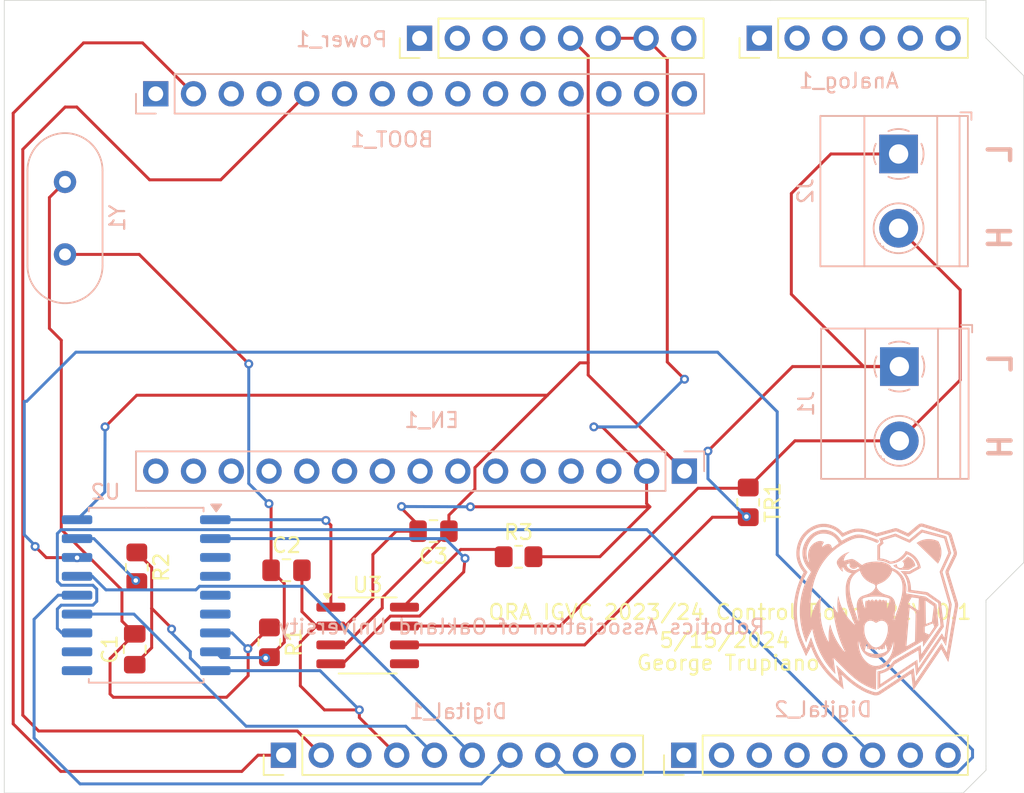
<source format=kicad_pcb>
(kicad_pcb (version 20240108) (generator "pcbnew") (generator_version "8.0")
  (layers (0 "F.Cu" signal) (31 "B.Cu" signal) (34 "B.Paste" user) (35 "F.Paste" user) (36 "B.SilkS" user "B.Silkscreen") (37 "F.SilkS" user "F.Silkscreen") (38 "B.Mask" user) (39 "F.Mask" user) (44 "Edge.Cuts" user))
  (net 0 "")
  (net 8 "Net-(U2-OSC2)")
  (net 9 "Net-(U2-OSC1)")
  (net 10 "+5V")
  (net 11 "SO")
  (net 12 "SDA")
  (net 13 "SCL")
  (net 16 "GND")
  (net 19 "SI")
  (net 29 "SCK")
  (net 30 "CS")
  (net 57 "INT")
  (net 58 "CAN_H")
  (net 59 "CAN_L")
  (net 60 "Net-(U2-~{RESET})")
  (net 61 "Net-(U3-Rs)")
  (net 64 "Net-(U2-RXCAN)")
  (net 68 "Net-(U2-TXCAN)")
  (footprint "Resistor_SMD:R_0805_2012Metric_Pad1.20x1.40mm_HandSolder" (layer "F.Cu") (at 41.615 65.98 -90)
    (property "Reference" "R1" (at 0 -1.65 90) (layer "F.SilkS"))
    (property "Value" "1M")
    (pad "1" smd roundrect (at -1 0 270) (size 1.2 1.4) (layers "F.Cu" "F.Paste" "F.Mask") (roundrect_rratio 0.208333) (net 8 "Net-(U2-OSC2)"))
    (pad "2" smd roundrect (at 1 0 270) (size 1.2 1.4) (layers "F.Cu" "F.Paste" "F.Mask") (roundrect_rratio 0.208333) (net 9 "Net-(U2-OSC1)"))
  )
  (footprint "Resistor_SMD:R_0805_2012Metric_Pad1.20x1.40mm_HandSolder" (layer "F.Cu") (at 73.825 56.56 -90)
    (property "Reference" "TR1" (at 0 -1.65 90) (layer "F.SilkS"))
    (property "Value" "120")
    (pad "1" smd roundrect (at -1 0 270) (size 1.2 1.4) (layers "F.Cu" "F.Paste" "F.Mask") (roundrect_rratio 0.208333) (net 58 "CAN_H"))
    (pad "2" smd roundrect (at 1 0 270) (size 1.2 1.4) (layers "F.Cu" "F.Paste" "F.Mask") (roundrect_rratio 0.208333) (net 59 "CAN_L"))
  )
  (footprint "Capacitor_SMD:C_0805_2012Metric_Pad1.18x1.45mm_HandSolder" (layer "F.Cu") (at 42.765 61.13)
    (property "Reference" "C2" (at 0 -1.68 0) (layer "F.SilkS"))
    (property "Value" "22uF")
    (pad "1" smd roundrect (at -1.0375 0) (size 1.175 1.45) (layers "F.Cu" "F.Paste" "F.Mask") (roundrect_rratio 0.212766) (net 9 "Net-(U2-OSC1)"))
    (pad "2" smd roundrect (at 1.0375 0) (size 1.175 1.45) (layers "F.Cu" "F.Paste" "F.Mask") (roundrect_rratio 0.212766) (net 16 "GND"))
  )
  (footprint "Connector_PinHeader_2.54mm:PinHeader_1x10_P2.54mm_Vertical" (layer "F.Cu") (at 42.56 73.58 90)
    (property "Reference" "Digital_1" (at 2.95 11.76 0) (layer "B.SilkS") (effects (justify mirror)))
    (property "Value" "Conn_01x10" (hide yes))
    (pad "1" thru_hole rect (at 0 0 90) (size 1.7 1.7) (drill 1) (layers "*.Cu" "*.Mask") (net 13 "SCL"))
    (pad "2" thru_hole oval (at 0 2.54 90) (size 1.7 1.7) (drill 1) (layers "*.Cu" "*.Mask") (net 12 "SDA"))
    (pad "3" thru_hole oval (at 0 5.08 90) (size 1.7 1.7) (drill 1) (layers "*.Cu" "*.Mask"))
    (pad "4" thru_hole oval (at 0 7.62 90) (size 1.7 1.7) (drill 1) (layers "*.Cu" "*.Mask") (net 16 "GND"))
    (pad "5" thru_hole oval (at 0 10.16 90) (size 1.7 1.7) (drill 1) (layers "*.Cu" "*.Mask") (net 29 "SCK"))
    (pad "6" thru_hole oval (at 0 12.7 90) (size 1.7 1.7) (drill 1) (layers "*.Cu" "*.Mask") (net 11 "SO"))
    (pad "7" thru_hole oval (at 0 15.24 90) (size 1.7 1.7) (drill 1) (layers "*.Cu" "*.Mask") (net 19 "SI"))
    (pad "8" thru_hole oval (at 0 17.78 90) (size 1.7 1.7) (drill 1) (layers "*.Cu" "*.Mask") (net 30 "CS"))
    (pad "9" thru_hole oval (at 0 20.32 90) (size 1.7 1.7) (drill 1) (layers "*.Cu" "*.Mask"))
    (pad "10" thru_hole oval (at 0 22.86 90) (size 1.7 1.7) (drill 1) (layers "*.Cu" "*.Mask"))
  )
  (footprint "Capacitor_SMD:C_0805_2012Metric_Pad1.18x1.45mm_HandSolder" (layer "F.Cu") (at 32.555 66.45 90)
    (property "Reference" "C1" (at 0 -1.68 -90) (layer "F.SilkS"))
    (property "Value" "22uF")
    (pad "1" smd roundrect (at -1.0375 0 90) (size 1.175 1.45) (layers "F.Cu" "F.Paste" "F.Mask") (roundrect_rratio 0.212766) (net 16 "GND"))
    (pad "2" smd roundrect (at 1.0375 0 90) (size 1.175 1.45) (layers "F.Cu" "F.Paste" "F.Mask") (roundrect_rratio 0.212766) (net 8 "Net-(U2-OSC2)"))
  )
  (footprint "Connector_PinHeader_2.54mm:PinHeader_1x08_P2.54mm_Vertical" (layer "F.Cu") (at 51.715 25.32 90)
    (property "Reference" "Power_1" (at -0.08 -5.245 180) (layer "B.SilkS") (effects (justify mirror)))
    (property "Value" "Conn_01x08" (hide yes))
    (pad "1" thru_hole rect (at 0 0 90) (size 1.7 1.7) (drill 1) (layers "*.Cu" "*.Mask"))
    (pad "2" thru_hole oval (at 0 2.54 90) (size 1.7 1.7) (drill 1) (layers "*.Cu" "*.Mask"))
    (pad "3" thru_hole oval (at 0 5.08 90) (size 1.7 1.7) (drill 1) (layers "*.Cu" "*.Mask"))
    (pad "4" thru_hole oval (at 0 7.62 90) (size 1.7 1.7) (drill 1) (layers "*.Cu" "*.Mask"))
    (pad "5" thru_hole oval (at 0 10.16 90) (size 1.7 1.7) (drill 1) (layers "*.Cu" "*.Mask") (net 10 "+5V"))
    (pad "6" thru_hole oval (at 0 12.7 90) (size 1.7 1.7) (drill 1) (layers "*.Cu" "*.Mask") (net 16 "GND"))
    (pad "7" thru_hole oval (at 0 15.24 90) (size 1.7 1.7) (drill 1) (layers "*.Cu" "*.Mask") (net 16 "GND"))
    (pad "8" thru_hole oval (at 0 17.78 90) (size 1.7 1.7) (drill 1) (layers "*.Cu" "*.Mask"))
  )
  (footprint "Resistor_SMD:R_0805_2012Metric_Pad1.20x1.40mm_HandSolder" (layer "F.Cu") (at 58.375 60.22)
    (property "Reference" "R3" (at 0 -1.65 0) (layer "F.SilkS"))
    (property "Value" "10k")
    (pad "1" smd roundrect (at -1 0) (size 1.2 1.4) (layers "F.Cu" "F.Paste" "F.Mask") (roundrect_rratio 0.208333) (net 61 "Net-(U3-Rs)"))
    (pad "2" smd roundrect (at 1 0) (size 1.2 1.4) (layers "F.Cu" "F.Paste" "F.Mask") (roundrect_rratio 0.208333) (net 16 "GND"))
  )
  (footprint "Connector_PinHeader_2.54mm:PinHeader_1x06_P2.54mm_Vertical" (layer "F.Cu") (at 74.57 25.31 90)
    (property "Reference" "Analog_1" (at -2.87 6.02 0) (layer "B.SilkS") (effects (justify mirror)))
    (property "Value" "Conn_01x06" (hide yes))
    (pad "1" thru_hole rect (at 0 0 90) (size 1.7 1.7) (drill 1) (layers "*.Cu" "*.Mask"))
    (pad "2" thru_hole oval (at 0 2.54 90) (size 1.7 1.7) (drill 1) (layers "*.Cu" "*.Mask"))
    (pad "3" thru_hole oval (at 0 5.08 90) (size 1.7 1.7) (drill 1) (layers "*.Cu" "*.Mask"))
    (pad "4" thru_hole oval (at 0 7.62 90) (size 1.7 1.7) (drill 1) (layers "*.Cu" "*.Mask"))
    (pad "5" thru_hole oval (at 0 10.16 90) (size 1.7 1.7) (drill 1) (layers "*.Cu" "*.Mask"))
    (pad "6" thru_hole oval (at 0 12.7 90) (size 1.7 1.7) (drill 1) (layers "*.Cu" "*.Mask"))
  )
  (footprint "Capacitor_SMD:C_0805_2012Metric_Pad1.18x1.45mm_HandSolder" (layer "F.Cu") (at 52.6525 58.5 180)
    (property "Reference" "C3" (at 0 -1.68 180) (layer "F.SilkS"))
    (property "Value" "100nF")
    (pad "1" smd roundrect (at -1.0375 0 180) (size 1.175 1.45) (layers "F.Cu" "F.Paste" "F.Mask") (roundrect_rratio 0.212766) (net 10 "+5V"))
    (pad "2" smd roundrect (at 1.0375 0 180) (size 1.175 1.45) (layers "F.Cu" "F.Paste" "F.Mask") (roundrect_rratio 0.212766) (net 16 "GND"))
  )
  (footprint "Connector_PinHeader_2.54mm:PinHeader_1x08_P2.54mm_Vertical" (layer "F.Cu") (at 69.49 73.58 90)
    (property "Reference" "Digital_2" (at 3.08 9.37 0) (layer "B.SilkS") (effects (justify mirror)))
    (property "Value" "Conn_01x08" (hide yes))
    (pad "1" thru_hole rect (at 0 0 90) (size 1.7 1.7) (drill 1) (layers "*.Cu" "*.Mask"))
    (pad "2" thru_hole oval (at 0 2.54 90) (size 1.7 1.7) (drill 1) (layers "*.Cu" "*.Mask"))
    (pad "3" thru_hole oval (at 0 5.08 90) (size 1.7 1.7) (drill 1) (layers "*.Cu" "*.Mask"))
    (pad "4" thru_hole oval (at 0 7.62 90) (size 1.7 1.7) (drill 1) (layers "*.Cu" "*.Mask"))
    (pad "5" thru_hole oval (at 0 10.16 90) (size 1.7 1.7) (drill 1) (layers "*.Cu" "*.Mask"))
    (pad "6" thru_hole oval (at 0 12.7 90) (size 1.7 1.7) (drill 1) (layers "*.Cu" "*.Mask") (net 57 "INT"))
    (pad "7" thru_hole oval (at 0 15.24 90) (size 1.7 1.7) (drill 1) (layers "*.Cu" "*.Mask"))
    (pad "8" thru_hole oval (at 0 17.78 90) (size 1.7 1.7) (drill 1) (layers "*.Cu" "*.Mask"))
  )
  (footprint "Package_SO:SOIC-8_3.9x4.9mm_P1.27mm" (layer "F.Cu") (at 48.225 65.52)
    (property "Reference" "U3" (at 0 -3.4 0) (layer "F.SilkS"))
    (property "Value" "MCP2551-I-SN")
    (pad "1" smd roundrect (at -2.475 -1.905) (size 1.95 0.6) (layers "F.Cu" "F.Paste" "F.Mask") (net 68 "Net-(U2-TXCAN)"))
    (pad "2" smd roundrect (at -2.475 -0.635) (size 1.95 0.6) (layers "F.Cu" "F.Paste" "F.Mask") (net 16 "GND"))
    (pad "3" smd roundrect (at -2.475 0.635) (size 1.95 0.6) (layers "F.Cu" "F.Paste" "F.Mask") (net 10 "+5V"))
    (pad "4" smd roundrect (at -2.475 1.905) (size 1.95 0.6) (layers "F.Cu" "F.Paste" "F.Mask") (net 64 "Net-(U2-RXCAN)"))
    (pad "5" smd roundrect (at 2.475 1.905) (size 1.95 0.6) (layers "F.Cu" "F.Paste" "F.Mask"))
    (pad "6" smd roundrect (at 2.475 0.635) (size 1.95 0.6) (layers "F.Cu" "F.Paste" "F.Mask") (net 59 "CAN_L"))
    (pad "7" smd roundrect (at 2.475 -0.635) (size 1.95 0.6) (layers "F.Cu" "F.Paste" "F.Mask") (net 58 "CAN_H"))
    (pad "8" smd roundrect (at 2.475 -1.905) (size 1.95 0.6) (layers "F.Cu" "F.Paste" "F.Mask") (net 61 "Net-(U3-Rs)"))
  )
  (footprint "Resistor_SMD:R_0805_2012Metric_Pad1.20x1.40mm_HandSolder" (layer "F.Cu") (at 32.695 60.93 -90)
    (property "Reference" "R2" (at 0 -1.65 90) (layer "F.SilkS"))
    (property "Value" "10k")
    (pad "1" smd roundrect (at -1 0 270) (size 1.2 1.4) (layers "F.Cu" "F.Paste" "F.Mask") (roundrect_rratio 0.208333) (net 16 "GND"))
    (pad "2" smd roundrect (at 1 0 270) (size 1.2 1.4) (layers "F.Cu" "F.Paste" "F.Mask") (roundrect_rratio 0.208333) (net 60 "Net-(U2-~{RESET})"))
  )
  (footprint "Package_SO:SOIC-18W_7.5x11.6mm_P1.27mm" (layer "B.Cu") (at 33.325 62.81 180)
    (property "Reference" "U2" (at 2.735 6.95 180) (layer "B.SilkS") (effects (justify mirror)))
    (property "Value" "MCP2515-xSO")
    (pad "1" smd roundrect (at -4.65 5.08 180) (size 2.05 0.6) (layers "B.Cu" "B.Paste" "B.Mask") (net 68 "Net-(U2-TXCAN)"))
    (pad "2" smd roundrect (at -4.65 3.81 180) (size 2.05 0.6) (layers "B.Cu" "B.Paste" "B.Mask") (net 64 "Net-(U2-RXCAN)"))
    (pad "3" smd roundrect (at -4.65 2.54 180) (size 2.05 0.6) (layers "B.Cu" "B.Paste" "B.Mask"))
    (pad "4" smd roundrect (at -4.65 1.27 180) (size 2.05 0.6) (layers "B.Cu" "B.Paste" "B.Mask"))
    (pad "5" smd roundrect (at -4.65 0 180) (size 2.05 0.6) (layers "B.Cu" "B.Paste" "B.Mask"))
    (pad "6" smd roundrect (at -4.65 -1.27 180) (size 2.05 0.6) (layers "B.Cu" "B.Paste" "B.Mask"))
    (pad "7" smd roundrect (at -4.65 -2.54 180) (size 2.05 0.6) (layers "B.Cu" "B.Paste" "B.Mask") (net 8 "Net-(U2-OSC2)"))
    (pad "8" smd roundrect (at -4.65 -3.81 180) (size 2.05 0.6) (layers "B.Cu" "B.Paste" "B.Mask") (net 9 "Net-(U2-OSC1)"))
    (pad "9" smd roundrect (at -4.65 -5.08 180) (size 2.05 0.6) (layers "B.Cu" "B.Paste" "B.Mask") (net 16 "GND"))
    (pad "10" smd roundrect (at 4.65 -5.08 180) (size 2.05 0.6) (layers "B.Cu" "B.Paste" "B.Mask"))
    (pad "11" smd roundrect (at 4.65 -3.81 180) (size 2.05 0.6) (layers "B.Cu" "B.Paste" "B.Mask"))
    (pad "12" smd roundrect (at 4.65 -2.54 180) (size 2.05 0.6) (layers "B.Cu" "B.Paste" "B.Mask") (net 57 "INT"))
    (pad "13" smd roundrect (at 4.65 -1.27 180) (size 2.05 0.6) (layers "B.Cu" "B.Paste" "B.Mask") (net 29 "SCK"))
    (pad "14" smd roundrect (at 4.65 0 180) (size 2.05 0.6) (layers "B.Cu" "B.Paste" "B.Mask") (net 19 "SI"))
    (pad "15" smd roundrect (at 4.65 1.27 180) (size 2.05 0.6) (layers "B.Cu" "B.Paste" "B.Mask") (net 11 "SO"))
    (pad "16" smd roundrect (at 4.65 2.54 180) (size 2.05 0.6) (layers "B.Cu" "B.Paste" "B.Mask") (net 30 "CS"))
    (pad "17" smd roundrect (at 4.65 3.81 180) (size 2.05 0.6) (layers "B.Cu" "B.Paste" "B.Mask") (net 60 "Net-(U2-~{RESET})"))
    (pad "18" smd roundrect (at 4.65 5.08 180) (size 2.05 0.6) (layers "B.Cu" "B.Paste" "B.Mask") (net 10 "+5V"))
  )
  (footprint "AdditionalParts:ORA_Logo_V2" (layer "B.Cu") (at 82.426806 63.828892 180)
    (property "Reference" "G***" (hide yes))
    (property "Value" "LOGO" (hide yes))
  )
  (footprint "Connector_PinSocket_2.54mm:PinSocket_1x15_P2.54mm_Vertical" (layer "B.Cu") (at 69.53 54.46 90)
    (property "Reference" "EN_1" (at 3.43 -17 0) (layer "B.SilkS") (effects (justify mirror)))
    (property "Value" "Conn_01x15" (hide yes))
    (pad "1" thru_hole rect (at 0 0 90) (size 1.7 1.7) (drill 1) (layers "*.Cu" "*.Mask") (net 10 "+5V"))
    (pad "2" thru_hole oval (at 0 -2.54 90) (size 1.7 1.7) (drill 1) (layers "*.Cu" "*.Mask") (net 16 "GND"))
    (pad "3" thru_hole oval (at 0 -5.08 90) (size 1.7 1.7) (drill 1) (layers "*.Cu" "*.Mask"))
    (pad "4" thru_hole oval (at 0 -7.62 90) (size 1.7 1.7) (drill 1) (layers "*.Cu" "*.Mask"))
    (pad "5" thru_hole oval (at 0 -10.16 90) (size 1.7 1.7) (drill 1) (layers "*.Cu" "*.Mask"))
    (pad "6" thru_hole oval (at 0 -12.7 90) (size 1.7 1.7) (drill 1) (layers "*.Cu" "*.Mask"))
    (pad "7" thru_hole oval (at 0 -15.24 90) (size 1.7 1.7) (drill 1) (layers "*.Cu" "*.Mask"))
    (pad "8" thru_hole oval (at 0 -17.78 90) (size 1.7 1.7) (drill 1) (layers "*.Cu" "*.Mask"))
    (pad "9" thru_hole oval (at 0 -20.32 90) (size 1.7 1.7) (drill 1) (layers "*.Cu" "*.Mask"))
    (pad "10" thru_hole oval (at 0 -22.86 90) (size 1.7 1.7) (drill 1) (layers "*.Cu" "*.Mask"))
    (pad "11" thru_hole oval (at 0 -25.4 90) (size 1.7 1.7) (drill 1) (layers "*.Cu" "*.Mask"))
    (pad "12" thru_hole oval (at 0 -27.94 90) (size 1.7 1.7) (drill 1) (layers "*.Cu" "*.Mask"))
    (pad "13" thru_hole oval (at 0 -30.48 90) (size 1.7 1.7) (drill 1) (layers "*.Cu" "*.Mask"))
    (pad "14" thru_hole oval (at 0 -33.02 90) (size 1.7 1.7) (drill 1) (layers "*.Cu" "*.Mask"))
    (pad "15" thru_hole oval (at 0 -35.56 90) (size 1.7 1.7) (drill 1) (layers "*.Cu" "*.Mask"))
  )
  (footprint "TerminalBlock_Phoenix:TerminalBlock_Phoenix_MKDS-1,5-2_1x02_P5.00mm_Horizontal" (layer "B.Cu") (at 83.99 47.42 -90)
    (property "Reference" "J1" (at 2.5 6.26 90) (layer "B.SilkS") (effects (justify mirror)))
    (property "Value" "CAN")
    (pad "1" thru_hole rect (at 0 0 270) (size 2.6 2.6) (drill 1.3) (layers "*.Cu" "*.Mask") (net 59 "CAN_L"))
    (pad "2" thru_hole circle (at 5 0 270) (size 2.6 2.6) (drill 1.3) (layers "*.Cu" "*.Mask") (net 58 "CAN_H"))
  )
  (footprint "TerminalBlock_Phoenix:TerminalBlock_Phoenix_MKDS-1,5-2_1x02_P5.00mm_Horizontal" (layer "B.Cu") (at 83.94 33.11 -90)
    (property "Reference" "J2" (at 2.5 6.26 90) (layer "B.SilkS") (effects (justify mirror)))
    (property "Value" "CAN")
    (pad "1" thru_hole rect (at 0 0 270) (size 2.6 2.6) (drill 1.3) (layers "*.Cu" "*.Mask") (net 59 "CAN_L"))
    (pad "2" thru_hole circle (at 5 0 270) (size 2.6 2.6) (drill 1.3) (layers "*.Cu" "*.Mask") (net 58 "CAN_H"))
  )
  (footprint "Connector_PinSocket_2.54mm:PinSocket_1x15_P2.54mm_Vertical" (layer "B.Cu") (at 33.97 29.06 -90)
    (property "Reference" "BOOT_1" (at 3.08 -15.885 180) (layer "B.SilkS") (effects (justify mirror)))
    (property "Value" "Conn_01x15" (hide yes))
    (pad "1" thru_hole rect (at 0 0 270) (size 1.7 1.7) (drill 1) (layers "*.Cu" "*.Mask"))
    (pad "2" thru_hole oval (at 0 -2.54 270) (size 1.7 1.7) (drill 1) (layers "*.Cu" "*.Mask") (net 13 "SCL"))
    (pad "3" thru_hole oval (at 0 -5.08 270) (size 1.7 1.7) (drill 1) (layers "*.Cu" "*.Mask"))
    (pad "4" thru_hole oval (at 0 -7.62 270) (size 1.7 1.7) (drill 1) (layers "*.Cu" "*.Mask"))
    (pad "5" thru_hole oval (at 0 -10.16 270) (size 1.7 1.7) (drill 1) (layers "*.Cu" "*.Mask") (net 12 "SDA"))
    (pad "6" thru_hole oval (at 0 -12.7 270) (size 1.7 1.7) (drill 1) (layers "*.Cu" "*.Mask"))
    (pad "7" thru_hole oval (at 0 -15.24 270) (size 1.7 1.7) (drill 1) (layers "*.Cu" "*.Mask"))
    (pad "8" thru_hole oval (at 0 -17.78 270) (size 1.7 1.7) (drill 1) (layers "*.Cu" "*.Mask"))
    (pad "9" thru_hole oval (at 0 -20.32 270) (size 1.7 1.7) (drill 1) (layers "*.Cu" "*.Mask"))
    (pad "10" thru_hole oval (at 0 -22.86 270) (size 1.7 1.7) (drill 1) (layers "*.Cu" "*.Mask"))
    (pad "11" thru_hole oval (at 0 -25.4 270) (size 1.7 1.7) (drill 1) (layers "*.Cu" "*.Mask"))
    (pad "12" thru_hole oval (at 0 -27.94 270) (size 1.7 1.7) (drill 1) (layers "*.Cu" "*.Mask"))
    (pad "13" thru_hole oval (at 0 -30.48 270) (size 1.7 1.7) (drill 1) (layers "*.Cu" "*.Mask"))
    (pad "14" thru_hole oval (at 0 -33.02 270) (size 1.7 1.7) (drill 1) (layers "*.Cu" "*.Mask"))
    (pad "15" thru_hole oval (at 0 -35.56 270) (size 1.7 1.7) (drill 1) (layers "*.Cu" "*.Mask"))
  )
  (footprint "Crystal:Crystal_HC49-4H_Vertical" (layer "B.Cu") (at 27.865 39.87 90)
    (property "Reference" "Y1" (at 2.44 3.525 -90) (layer "B.SilkS") (effects (justify mirror)))
    (property "Value" "8Mhz")
    (pad "1" thru_hole circle (at 0 0 90) (size 1.5 1.5) (drill 0.8) (layers "*.Cu" "*.Mask") (net 9 "Net-(U2-OSC1)"))
    (pad "2" thru_hole circle (at 4.88 0 90) (size 1.5 1.5) (drill 0.8) (layers "*.Cu" "*.Mask") (net 8 "Net-(U2-OSC2)"))
  )
  (gr_line (start 92.3 60.67) (end 92.36 60.61) (stroke (width 0.05)) (layer "Edge.Cuts"))
  (gr_line (start 89.82 63.15) (end 89.82 63.27) (stroke (width 0.05)) (layer "Edge.Cuts"))
  (gr_line (start 92.27 60.7) (end 92.3 60.67) (stroke (width 0.05)) (layer "Edge.Cuts"))
  (gr_line (start 23.78 22.77) (end 23.78 75.96) (stroke (width 0.05)) (layer "Edge.Cuts"))
  (gr_line (start 89.82 74.31) (end 89.82 63.27) (stroke (width 0.05)) (layer "Edge.Cuts"))
  (gr_line (start 23.78 76.11) (end 88.19 76.11) (stroke (width 0.05)) (layer "Edge.Cuts"))
  (gr_line (start 89.82 25.31) (end 89.82 22.9) (stroke (width 0.05)) (layer "Edge.Cuts"))
  (gr_line (start 75.33 22.77) (end 23.78 22.77) (stroke (width 0.05)) (layer "Edge.Cuts"))
  (gr_line (start 88.51 75.9) (end 89.72 74.69) (stroke (width 0.05)) (layer "Edge.Cuts"))
  (gr_line (start 92.36 27.85) (end 92.16 27.65) (stroke (width 0.05)) (layer "Edge.Cuts"))
  (gr_line (start 88.3 76.11) (end 88.19 76.11) (stroke (width 0.05)) (layer "Edge.Cuts"))
  (gr_line (start 92.16 27.65) (end 89.82 25.31) (stroke (width 0.05)) (layer "Edge.Cuts"))
  (gr_line (start 23.78 75.96) (end 23.78 76.11) (stroke (width 0.05)) (layer "Edge.Cuts"))
  (gr_line (start 89.82 22.9) (end 89.82 22.77) (stroke (width 0.05)) (layer "Edge.Cuts"))
  (gr_line (start 89.93 63.04) (end 92.27 60.7) (stroke (width 0.05)) (layer "Edge.Cuts"))
  (gr_line (start 89.82 22.77) (end 89.63 22.77) (stroke (width 0.05)) (layer "Edge.Cuts"))
  (gr_line (start 89.82 74.59) (end 89.82 74.51) (stroke (width 0.05)) (layer "Edge.Cuts"))
  (gr_line (start 92.36 28.01) (end 92.36 27.85) (stroke (width 0.05)) (layer "Edge.Cuts"))
  (gr_line (start 89.72 74.69) (end 89.82 74.59) (stroke (width 0.05)) (layer "Edge.Cuts"))
  (gr_line (start 89.82 74.31) (end 89.82 74.51) (stroke (width 0.05)) (layer "Edge.Cuts"))
  (gr_line (start 89.93 63.04) (end 89.82 63.15) (stroke (width 0.05)) (layer "Edge.Cuts"))
  (gr_line (start 88.51 75.9) (end 88.3 76.11) (stroke (width 0.05)) (layer "Edge.Cuts"))
  (gr_line (start 92.36 60.61) (end 92.36 28.01) (stroke (width 0.05)) (layer "Edge.Cuts"))
  (gr_line (start 89.63 22.77) (end 75.33 22.77) (stroke (width 0.05)) (layer "Edge.Cuts"))
  (gr_text "Robotics Association of Oakland University" (at 75.035 65.52 -0) (layer "B.SilkS") (effects (font (size 1 1)) (justify left bottom mirror)))
  (gr_text "H\n" (at 91.64 37.75 90) (layer "B.SilkS") (effects (font (size 1.5 1.5) (thickness 0.3) (bold yes)) (justify left bottom mirror)))
  (gr_text "L\n" (at 91.67 46.34 90) (layer "B.SilkS") (effects (font (size 1.5 1.5) (thickness 0.3) (bold yes)) (justify left bottom mirror)))
  (gr_text "H\n" (at 91.67 51.84 90) (layer "B.SilkS") (effects (font (size 1.5 1.5) (thickness 0.3) (bold yes)) (justify left bottom mirror)))
  (gr_text "L\n" (at 91.64 32.25 90) (layer "B.SilkS") (effects (font (size 1.5 1.5) (thickness 0.3) (bold yes)) (justify left bottom mirror)))
  (gr_text "George Trupiano" (at 66.24 67.95 -0) (layer "F.SilkS") (effects (font (size 1 1)) (justify left bottom)))
  (gr_text "ORA IGVC 2023/24 Control Board REV 0.1" (at 56.26 64.53 0) (layer "F.SilkS") (effects (font (size 1 1)) (justify left bottom)))
  (gr_text "5/15/2024\n" (at 67.76 66.43 0) (layer "F.SilkS") (effects (font (size 1 1)) (justify left bottom)))
  (segment (start 26.815 36.04) (end 27.865 34.99) (width 0.2) (layer "F.Cu") (net 8))
  (segment (start 40.185 66.41) (end 40.165 66.41) (width 0.2) (layer "F.Cu") (net 8))
  (segment (start 31.695 62.461471) (end 27.615 58.381471) (width 0.2) (layer "F.Cu") (net 8))
  (segment (start 26.815 44.85) (end 26.815 36.04) (width 0.2) (layer "F.Cu") (net 8))
  (segment (start 32.555 65.4125) (end 31.695 64.5525) (width 0.2) (layer "F.Cu") (net 8))
  (segment (start 31.115 69.68) (end 38.735 69.68) (width 0.2) (layer "F.Cu") (net 8))
  (segment (start 27.615 58.381471) (end 27.615 45.65) (width 0.2) (layer "F.Cu") (net 8))
  (segment (start 40.185 68.23) (end 40.185 66.41) (width 0.2) (layer "F.Cu") (net 8))
  (segment (start 27.615 45.65) (end 26.815 44.85) (width 0.2) (layer "F.Cu") (net 8))
  (segment (start 38.735 69.68) (end 40.185 68.23) (width 0.2) (layer "F.Cu") (net 8))
  (segment (start 40.185 66.41) (end 40.185 66.41) (width 0.2) (layer "F.Cu") (net 8))
  (segment (start 30.895 67.0725) (end 30.895 69.46) (width 0.2) (layer "F.Cu") (net 8))
  (segment (start 32.555 65.4125) (end 30.895 67.0725) (width 0.2) (layer "F.Cu") (net 8))
  (segment (start 30.895 69.46) (end 31.115 69.68) (width 0.2) (layer "F.Cu") (net 8))
  (segment (start 40.165 66.41) (end 40.165 66.43) (width 0.2) (layer "F.Cu") (net 8))
  (segment (start 31.695 64.5525) (end 31.695 62.461471) (width 0.2) (layer "F.Cu") (net 8))
  (segment (start 40.165 66.43) (end 41.615 64.98) (width 0.2) (layer "F.Cu") (net 8))
  (via (at 40.165 66.41) (size 0.6) (drill 0.3) (layers "F.Cu" "B.Cu") (net 8))
  (segment (start 37.975 65.35) (end 39.105 65.35) (width 0.2) (layer "B.Cu") (net 8))
  (segment (start 39.105 65.35) (end 40.165 66.41) (width 0.2) (layer "B.Cu") (net 8))
  (segment (start 41.685 56.65) (end 41.585 56.65) (width 0.2) (layer "F.Cu") (net 9))
  (segment (start 42.615 65.98) (end 41.615 66.98) (width 0.2) (layer "F.Cu") (net 9))
  (segment (start 32.855 39.87) (end 27.865 39.87) (width 0.2) (layer "F.Cu") (net 9))
  (segment (start 40.225 47.24) (end 32.855 39.87) (width 0.2) (layer "F.Cu") (net 9))
  (segment (start 42.615 62.0175) (end 42.615 65.98) (width 0.2) (layer "F.Cu") (net 9))
  (segment (start 41.7275 56.6925) (end 41.685 56.65) (width 0.2) (layer "F.Cu") (net 9))
  (segment (start 41.7275 61.13) (end 42.615 62.0175) (width 0.2) (layer "F.Cu") (net 9))
  (segment (start 41.585 56.65) (end 41.585 56.55) (width 0.2) (layer "F.Cu") (net 9))
  (segment (start 41.585 56.55) (end 41.685 56.65) (width 0.2) (layer "F.Cu") (net 9))
  (segment (start 41.7275 61.13) (end 41.7275 56.6925) (width 0.2) (layer "F.Cu") (net 9))
  (via (at 40.225 47.24) (size 0.6) (drill 0.3) (layers "F.Cu" "B.Cu") (net 9))
  (via (at 41.365 67.04) (size 0.6) (drill 0.3) (layers "F.Cu" "B.Cu") (net 9))
  (via (at 41.585 56.65) (size 0.6) (drill 0.3) (layers "F.Cu" "B.Cu") (net 9))
  (segment (start 40.225 47.24) (end 40.245 47.24) (width 0.2) (layer "B.Cu") (net 9))
  (segment (start 40.245 47.24) (end 40.185 47.3) (width 0.2) (layer "B.Cu") (net 9))
  (segment (start 41.315 67.04) (end 41.365 67.04) (width 0.2) (layer "B.Cu") (net 9))
  (segment (start 41.365 67.04) (end 41.365 67.09) (width 0.2) (layer "B.Cu") (net 9))
  (segment (start 40.225 55.29) (end 41.585 56.65) (width 0.2) (layer "B.Cu") (net 9))
  (segment (start 40.225 47.24) (end 40.225 55.29) (width 0.2) (layer "B.Cu") (net 9))
  (segment (start 41.365 67.09) (end 41.305 67.03) (width 0.2) (layer "B.Cu") (net 9))
  (segment (start 38.365 67.01) (end 41.285 67.01) (width 0.2) (layer "B.Cu") (net 9))
  (segment (start 41.285 67.01) (end 41.315 67.04) (width 0.2) (layer "B.Cu") (net 9))
  (segment (start 37.975 66.62) (end 38.365 67.01) (width 0.2) (layer "B.Cu") (net 9))
  (segment (start 49.205 63.674999) (end 49.205 62.985) (width 0.2) (layer "F.Cu") (net 10))
  (segment (start 63.06 47.17) (end 63.06 47.99) (width 0.2) (layer "F.Cu") (net 10))
  (segment (start 45.75 66.155) (end 46.724999 66.155) (width 0.2) (layer "F.Cu") (net 10))
  (segment (start 61.875 25.32) (end 63.06 26.505) (width 0.2) (layer "F.Cu") (net 10))
  (segment (start 63.06 26.505) (end 63.06 47.17) (width 0.2) (layer "F.Cu") (net 10))
  (segment (start 60.316827 49.346827) (end 62.493654 47.17) (width 0.2) (layer "F.Cu") (net 10))
  (segment (start 30.56 51.48) (end 32.693173 49.346827) (width 0.2) (layer "F.Cu") (net 10))
  (segment (start 60.316827 49.346827) (end 55.44 54.223654) (width 0.2) (layer "F.Cu") (net 10))
  (segment (start 55.44 55.67) (end 53.69 57.42) (width 0.2) (layer "F.Cu") (net 10))
  (segment (start 63.06 47.99) (end 69.53 54.46) (width 0.2) (layer "F.Cu") (net 10))
  (segment (start 53.69 57.42) (end 53.69 58.5) (width 0.2) (layer "F.Cu") (net 10))
  (segment (start 46.724999 66.155) (end 49.205 63.674999) (width 0.2) (layer "F.Cu") (net 10))
  (segment (start 49.205 62.985) (end 53.69 58.5) (width 0.2) (layer "F.Cu") (net 10))
  (segment (start 55.44 54.223654) (end 55.44 55.67) (width 0.2) (layer "F.Cu") (net 10))
  (segment (start 32.693173 49.346827) (end 60.316827 49.346827) (width 0.2) (layer "F.Cu") (net 10))
  (segment (start 62.493654 47.17) (end 63.06 47.17) (width 0.2) (layer "F.Cu") (net 10))
  (via (at 30.56 51.48) (size 0.6) (drill 0.3) (layers "F.Cu" "B.Cu") (net 10))
  (segment (start 28.675 57.73) (end 30.54 55.865) (width 0.2) (layer "B.Cu") (net 10))
  (segment (start 30.56 51.48) (end 30.54 51.55) (width 0.2) (layer "B.Cu") (net 10))
  (segment (start 30.54 55.865) (end 30.56 51.48) (width 0.2) (layer "B.Cu") (net 10))
  (segment (start 43.91 62.21) (end 55.28 73.58) (width 0.2) (layer "B.Cu") (net 11))
  (segment (start 30.616238 62.45) (end 36.669448 62.45) (width 0.2) (layer "B.Cu") (net 11))
  (segment (start 36.669448 62.45) (end 36.909448 62.21) (width 0.2) (layer "B.Cu") (net 11))
  (segment (start 36.909448 62.21) (end 43.91 62.21) (width 0.2) (layer "B.Cu") (net 11))
  (segment (start 29.706238 61.54) (end 30.616238 62.45) (width 0.2) (layer "B.Cu") (net 11))
  (segment (start 28.675 61.54) (end 29.706238 61.54) (width 0.2) (layer "B.Cu") (net 11))
  (segment (start 33.555 34.85) (end 38.34 34.85) (width 0.2) (layer "F.Cu") (net 12))
  (segment (start 43.49 71.95) (end 26.09 71.95) (width 0.2) (layer "F.Cu") (net 12))
  (segment (start 25.025 70.885) (end 25.025 32.8) (width 0.2) (layer "F.Cu") (net 12))
  (segment (start 38.34 34.85) (end 44.13 29.06) (width 0.2) (layer "F.Cu") (net 12))
  (segment (start 28.655 29.95) (end 33.555 34.85) (width 0.2) (layer "F.Cu") (net 12))
  (segment (start 26.09 71.95) (end 25.025 70.885) (width 0.2) (layer "F.Cu") (net 12))
  (segment (start 25.025 32.8) (end 27.875 29.95) (width 0.2) (layer "F.Cu") (net 12))
  (segment (start 27.875 29.95) (end 28.655 29.95) (width 0.2) (layer "F.Cu") (net 12))
  (segment (start 45.12 73.58) (end 43.49 71.95) (width 0.2) (layer "F.Cu") (net 12))
  (segment (start 36.51 29.06) (end 33.08 25.63) (width 0.2) (layer "F.Cu") (net 13))
  (segment (start 33.08 25.63) (end 29.115 25.63) (width 0.2) (layer "F.Cu") (net 13))
  (segment (start 40.85 73.58) (end 42.58 73.58) (width 0.2) (layer "F.Cu") (net 13))
  (segment (start 39.76 74.67) (end 40.85 73.58) (width 0.2) (layer "F.Cu") (net 13))
  (segment (start 27.579 74.67) (end 39.76 74.67) (width 0.2) (layer "F.Cu") (net 13))
  (segment (start 29.115 25.631) (end 29.115 25.63) (width 0.2) (layer "F.Cu") (net 13))
  (segment (start 24.38 71.471) (end 24.38 30.366) (width 0.2) (layer "F.Cu") (net 13))
  (segment (start 27.579 74.67) (end 24.38 71.471) (width 0.2) (layer "F.Cu") (net 13))
  (segment (start 24.38 30.366) (end 29.115 25.631) (width 0.2) (layer "F.Cu") (net 13))
  (segment (start 48.575 60.07) (end 50.145 58.5) (width 0.2) (layer "F.Cu") (net 16))
  (segment (start 48.575 63.034999) (end 48.575 60.07) (width 0.2) (layer "F.Cu") (net 16))
  (segment (start 64.415 25.32) (end 66.955 25.32) (width 0.2) (layer "F.Cu") (net 16))
  (segment (start 33.695 63.7) (end 33.705 63.7) (width 0.2) (layer "F.Cu") (net 16))
  (segment (start 63.845 60.22) (end 59.375 60.22) (width 0.2) (layer "F.Cu") (net 16))
  (segment (start 67.205 56.86) (end 66.99 56.645) (width 0.2) (layer "F.Cu") (net 16))
  (segment (start 47.665 70.53) (end 47.665 71.045) (width 0.2) (layer "F.Cu") (net 16))
  (segment (start 35.035 65.09) (end 35.095 65.09) (width 0.2) (layer "F.Cu") (net 16))
  (segment (start 50.145 58.5) (end 51.615 58.5) (width 0.2) (layer "F.Cu") (net 16))
  (segment (start 35.035 65.03) (end 35.035 65.09) (width 0.2) (layer "F.Cu") (net 16))
  (segment (start 44.775001 64.885) (end 43.695 65.965001) (width 0.2) (layer "F.Cu") (net 16))
  (segment (start 43.8025 63.912499) (end 44.775001 64.885) (width 0.2) (layer "F.Cu") (net 16))
  (segment (start 50.505 56.96) (end 50.505 56.84) (width 0.2) (layer "F.Cu") (net 16))
  (segment (start 50.505 56.84) (end 50.385 56.84) (width 0.2) (layer "F.Cu") (net 16))
  (segment (start 43.695 65.965001) (end 43.695 68.91) (width 0.2) (layer "F.Cu") (net 16))
  (segment (start 64.04 51.51) (end 63.44 51.48) (width 0.2) (layer "F.Cu") (net 16))
  (segment (start 33.695 66.3475) (end 32.555 67.4875) (width 0.2) (layer "F.Cu") (net 16))
  (segment (start 43.695 68.91) (end 45.315 70.53) (width 0.2) (layer "F.Cu") (net 16))
  (segment (start 51.615 58.5) (end 51.615 58.07) (width 0.2) (layer "F.Cu") (net 16))
  (segment (start 33.695 63.7) (end 33.695 66.3475) (width 0.2) (layer "F.Cu") (net 16))
  (segment (start 45.315 70.53) (end 47.665 70.53) (width 0.2) (layer "F.Cu") (net 16))
  (segment (start 51.615 58.07) (end 50.505 56.96) (width 0.2) (layer "F.Cu") (net 16))
  (segment (start 45.75 64.885) (end 46.724999 64.885) (width 0.2) (layer "F.Cu") (net 16))
  (segment (start 50.385 56.84) (end 50.465 56.92) (width 0.2) (layer "F.Cu") (net 16))
  (segment (start 68.38 47.11) (end 68.38 26.745) (width 0.2) (layer "F.Cu") (net 16))
  (segment (start 35.095 65.09) (end 35.035 65.03) (width 0.2) (layer "F.Cu") (net 16))
  (segment (start 67.205 56.86) (end 63.845 60.22) (width 0.2) (layer "F.Cu") (net 16))
  (segment (start 69.54 48.27) (end 68.38 47.11) (width 0.2) (layer "F.Cu") (net 16))
  (segment (start 33.705 63.7) (end 35.035 65.03) (width 0.2) (layer "F.Cu") (net 16))
  (segment (start 55.135 56.86) (end 67.205 56.86) (width 0.2) (layer "F.Cu") (net 16))
  (segment (start 43.8025 61.13) (end 43.8025 63.912499) (width 0.2) (layer "F.Cu") (net 16))
  (segment (start 33.695 60.93) (end 33.695 63.7) (width 0.2) (layer "F.Cu") (net 16))
  (segment (start 66.99 56.645) (end 66.99 54.46) (width 0.2) (layer "F.Cu") (net 16))
  (segment (start 68.38 26.745) (end 66.955 25.32) (width 0.2) (layer "F.Cu") (net 16))
  (segment (start 32.695 59.93) (end 33.695 60.93) (width 0.2) (layer "F.Cu") (net 16))
  (segment (start 46.724999 64.885) (end 48.575 63.034999) (width 0.2) (layer "F.Cu") (net 16))
  (segment (start 44.775001 64.885) (end 45.75 64.885) (width 0.2) (layer "F.Cu") (net 16))
  (segment (start 47.665 71.045) (end 50.2 73.58) (width 0.2) (layer "F.Cu") (net 16))
  (segment (start 66.99 54.46) (end 64.04 51.51) (width 0.2) (layer "F.Cu") (net 16))
  (segment (start 63.44 51.48) (end 63.44 51.51) (width 0.2) (layer "F.Cu") (net 16))
  (via (at 69.54 48.27) (size 0.6) (drill 0.3) (layers "F.Cu" "B.Cu") (net 16))
  (via (at 55.135 56.86) (size 0.6) (drill 0.3) (layers "F.Cu" "B.Cu") (net 16))
  (via (at 50.505 56.84) (size 0.6) (drill 0.3) (layers "F.Cu" "B.Cu") (net 16))
  (via (at 47.665 70.53) (size 0.6) (drill 0.3) (layers "F.Cu" "B.Cu") (net 16))
  (via (at 63.44 51.48) (size 0.6) (drill 0.3) (layers "F.Cu" "B.Cu") (net 16))
  (via (at 35.035 65.09) (size 0.6) (drill 0.3) (layers "F.Cu" "B.Cu") (net 16))
  (segment (start 63.44 51.48) (end 66.29 51.48) (width 0.2) (layer "B.Cu") (net 16))
  (segment (start 66.29 51.48) (end 69.5 48.27) (width 0.2) (layer "B.Cu") (net 16))
  (segment (start 69.54 48.23) (end 69.47 48.3) (width 0.2) (layer "B.Cu") (net 16))
  (segment (start 47.665 70.53) (end 47.685 70.55) (width 0.2) (layer "B.Cu") (net 16))
  (segment (start 45.025 67.89) (end 47.665 70.53) (width 0.2) (layer "B.Cu") (net 16))
  (segment (start 55.135 56.86) (end 55.155 56.84) (width 0.2) (layer "B.Cu") (net 16))
  (segment (start 69.5 48.27) (end 69.54 48.27) (width 0.2) (layer "B.Cu") (net 16))
  (segment (start 35.035 65.345552) (end 36.295 66.605552) (width 0.2) (layer "B.Cu") (net 16))
  (segment (start 37.975 67.89) (end 45.025 67.89) (width 0.2) (layer "B.Cu") (net 16))
  (segment (start 37.145 67.89) (end 37.975 67.89) (width 0.2) (layer "B.Cu") (net 16))
  (segment (start 35.035 65.09) (end 35.035 65.345552) (width 0.2) (layer "B.Cu") (net 16))
  (segment (start 69.54 48.27) (end 69.54 48.23) (width 0.2) (layer "B.Cu") (net 16))
  (segment (start 36.295 66.605552) (end 36.295 67.04) (width 0.2) (layer "B.Cu") (net 16))
  (segment (start 50.505 56.84) (end 55.135 56.86) (width 0.2) (layer "B.Cu") (net 16))
  (segment (start 36.295 67.04) (end 37.145 67.89) (width 0.2) (layer "B.Cu") (net 16))
  (segment (start 55.155 56.84) (end 55.175 56.82) (width 0.2) (layer "B.Cu") (net 16))
  (segment (start 55.87 75.51) (end 57.8 73.58) (width 0.2) (layer "B.Cu") (net 19))
  (segment (start 25.785 64.43) (end 25.785 72.42) (width 0.2) (layer "B.Cu") (net 19))
  (segment (start 28.675 62.81) (end 27.405 62.81) (width 0.2) (layer "B.Cu") (net 19))
  (segment (start 25.785 72.42) (end 28.875 75.51) (width 0.2) (layer "B.Cu") (net 19))
  (segment (start 28.875 75.51) (end 55.87 75.51) (width 0.2) (layer "B.Cu") (net 19))
  (segment (start 27.405 62.81) (end 25.785 64.43) (width 0.2) (layer "B.Cu") (net 19))
  (segment (start 28.675 64.08) (end 32.499448 64.08) (width 0.2) (layer "B.Cu") (net 29))
  (segment (start 40.049448 71.63) (end 50.79 71.63) (width 0.2) (layer "B.Cu") (net 29))
  (segment (start 32.499448 64.08) (end 40.049448 71.63) (width 0.2) (layer "B.Cu") (net 29))
  (segment (start 50.79 71.63) (end 52.74 73.58) (width 0.2) (layer "B.Cu") (net 29))
  (segment (start 25.855 59.53) (end 26.605 60.28) (width 0.2) (layer "F.Cu") (net 30))
  (segment (start 28.675 60.29) (end 28.545 60.28) (width 0.2) (layer "F.Cu") (net 30))
  (segment (start 28.525 60.28) (end 28.675 60.29) (width 0.2) (layer "F.Cu") (net 30))
  (segment (start 26.605 60.28) (end 28.525 60.28) (width 0.2) (layer "F.Cu") (net 30))
  (segment (start 28.545 60.28) (end 28.535 60.28) (width 0.2) (layer "F.Cu") (net 30))
  (via (at 28.675 60.29) (size 0.6) (drill 0.3) (layers "F.Cu" "B.Cu") (net 30))
  (via (at 25.855 59.53) (size 0.6) (drill 0.3) (layers "F.Cu" "B.Cu") (net 30))
  (segment (start 71.765 46.45) (end 75.775 50.46) (width 0.2) (layer "B.Cu") (net 30))
  (segment (start 88.915 73.22) (end 88.915 73.726346) (width 0.2) (layer "B.Cu") (net 30))
  (segment (start 25.855 59.53) (end 25.835 59.47) (width 0.2) (layer "B.Cu") (net 30))
  (segment (start 25.125 58.74) (end 25.125 49.76) (width 0.2) (layer "B.Cu") (net 30))
  (segment (start 25.855 59.53) (end 25.835 59.45) (width 0.2) (layer "B.Cu") (net 30))
  (segment (start 61.49 74.73) (end 60.34 73.58) (width 0.2) (layer "B.Cu") (net 30))
  (segment (start 87.911346 74.73) (end 61.49 74.73) (width 0.2) (layer "B.Cu") (net 30))
  (segment (start 25.125 49.76) (end 25.285 49.76) (width 0.2) (layer "B.Cu") (net 30))
  (segment (start 28.595 46.45) (end 71.765 46.45) (width 0.2) (layer "B.Cu") (net 30))
  (segment (start 25.835 59.45) (end 25.125 58.74) (width 0.2) (layer "B.Cu") (net 30))
  (segment (start 25.285 49.76) (end 28.595 46.45) (width 0.2) (layer "B.Cu") (net 30))
  (segment (start 75.775 60.08) (end 88.915 73.22) (width 0.2) (layer "B.Cu") (net 30))
  (segment (start 75.775 50.46) (end 75.775 60.08) (width 0.2) (layer "B.Cu") (net 30))
  (segment (start 88.915 73.726346) (end 87.911346 74.73) (width 0.2) (layer "B.Cu") (net 30))
  (segment (start 30 63.220552) (end 30 62.399448) (width 0.2) (layer "B.Cu") (net 57))
  (segment (start 27.609448 58.4) (end 67.01 58.4) (width 0.2) (layer "B.Cu") (net 57))
  (segment (start 67.01 58.4) (end 82.19 73.58) (width 0.2) (layer "B.Cu") (net 57))
  (segment (start 27.650001 65.35) (end 27.35 65.049999) (width 0.2) (layer "B.Cu") (net 57))
  (segment (start 29.740552 63.48) (end 30 63.220552) (width 0.2) (layer "B.Cu") (net 57))
  (segment (start 28.675 65.35) (end 27.650001 65.35) (width 0.2) (layer "B.Cu") (net 57))
  (segment (start 29.740552 62.14) (end 27.609448 62.14) (width 0.2) (layer "B.Cu") (net 57))
  (segment (start 30 62.399448) (end 29.740552 62.14) (width 0.2) (layer "B.Cu") (net 57))
  (segment (start 27.609448 63.48) (end 29.740552 63.48) (width 0.2) (layer "B.Cu") (net 57))
  (segment (start 27.609448 62.14) (end 27.35 61.880552) (width 0.2) (layer "B.Cu") (net 57))
  (segment (start 27.35 58.659448) (end 27.609448 58.4) (width 0.2) (layer "B.Cu") (net 57))
  (segment (start 27.35 65.049999) (end 27.35 63.739448) (width 0.2) (layer "B.Cu") (net 57))
  (segment (start 27.35 61.880552) (end 27.35 58.659448) (width 0.2) (layer "B.Cu") (net 57))
  (segment (start 27.35 63.739448) (end 27.609448 63.48) (width 0.2) (layer "B.Cu") (net 57))
  (segment (start 83.99 52.42) (end 88.085 48.325) (width 0.2) (layer "F.Cu") (net 58))
  (segment (start 50.7 64.885) (end 61.17 64.885) (width 0.2) (layer "F.Cu") (net 58))
  (segment (start 73.825 55.56) (end 73.775 55.61) (width 0.2) (layer "F.Cu") (net 58))
  (segment (start 70.445 55.61) (end 61.17 64.885) (width 0.2) (layer "F.Cu") (net 58))
  (segment (start 76.965 52.42) (end 73.825 55.56) (width 0.2) (layer "F.Cu") (net 58))
  (segment (start 83.99 52.42) (end 76.965 52.42) (width 0.2) (layer "F.Cu") (net 58))
  (segment (start 73.775 55.61) (end 70.445 55.61) (width 0.2) (layer "F.Cu") (net 58))
  (segment (start 88.085 42.255) (end 83.94 38.11) (width 0.2) (layer "F.Cu") (net 58))
  (segment (start 88.085 48.325) (end 88.085 42.255) (width 0.2) (layer "F.Cu") (net 58))
  (segment (start 76.725 35.77) (end 76.725 42.55) (width 0.2) (layer "F.Cu") (net 59))
  (segment (start 83.94 33.11) (end 79.385 33.11) (width 0.2) (layer "F.Cu") (net 59))
  (segment (start 71.415 57.56) (end 73.825 57.56) (width 0.2) (layer "F.Cu") (net 59))
  (segment (start 76.805 47.42) (end 71.115 53.11) (width 0.2) (layer "F.Cu") (net 59))
  (segment (start 50.7 66.155) (end 62.82 66.155) (width 0.2) (layer "F.Cu") (net 59))
  (segment (start 79.385 33.11) (end 76.725 35.77) (width 0.2) (layer "F.Cu") (net 59))
  (segment (start 83.99 47.42) (end 76.805 47.42) (width 0.2) (layer "F.Cu") (net 59))
  (segment (start 81.595 47.42) (end 83.99 47.42) (width 0.2) (layer "F.Cu") (net 59))
  (segment (start 62.82 66.155) (end 71.415 57.56) (width 0.2) (layer "F.Cu") (net 59))
  (segment (start 76.725 42.55) (end 81.595 47.42) (width 0.2) (layer "F.Cu") (net 59))
  (via (at 73.705 57.52) (size 0.6) (drill 0.3) (layers "F.Cu" "B.Cu") (net 59))
  (via (at 71.115 53.11) (size 0.6) (drill 0.3) (layers "F.Cu" "B.Cu") (net 59))
  (segment (start 71.115 53.11) (end 71.115 54.97) (width 0.2) (layer "B.Cu") (net 59))
  (segment (start 73.665 57.52) (end 73.705 57.52) (width 0.2) (layer "B.Cu") (net 59))
  (segment (start 71.115 54.97) (end 73.665 57.52) (width 0.2) (layer "B.Cu") (net 59))
  (segment (start 73.705 57.56) (end 73.675 57.53) (width 0.2) (layer "B.Cu") (net 59))
  (segment (start 73.705 57.52) (end 73.705 57.56) (width 0.2) (layer "B.Cu") (net 59))
  (via (at 32.625 61.82) (size 0.6) (drill 0.3) (layers "F.Cu" "B.Cu") (net 60))
  (segment (start 29.805 59) (end 32.625 61.82) (width 0.2) (layer "B.Cu") (net 60))
  (segment (start 28.675 59) (end 29.805 59) (width 0.2) (layer "B.Cu") (net 60))
  (segment (start 54.485 59.73) (end 50.7 63.515) (width 0.2) (layer "F.Cu") (net 61))
  (segment (start 56.885 59.73) (end 54.485 59.73) (width 0.2) (layer "F.Cu") (net 61))
  (segment (start 57.375 60.22) (end 56.885 59.73) (width 0.2) (layer "F.Cu") (net 61))
  (segment (start 50.7 63.515) (end 50.7 63.615) (width 0.2) (layer "F.Cu") (net 61))
  (segment (start 54.685 61.245552) (end 54.775 60.33) (width 0.2) (layer "F.Cu") (net 64))
  (segment (start 45.75 67.425) (end 46.544448 67.425) (width 0.2) (layer "F.Cu") (net 64))
  (segment (start 51.715552 64.215) (end 54.685 61.245552) (width 0.2) (layer "F.Cu") (net 64))
  (segment (start 46.544448 67.425) (end 49.754448 64.215) (width 0.2) (layer "F.Cu") (net 64))
  (segment (start 54.775 60.33) (end 54.685 60.3) (width 0.2) (layer "F.Cu") (net 64))
  (segment (start 49.754448 64.215) (end 51.715552 64.215) (width 0.2) (layer "F.Cu") (net 64))
  (via (at 54.775 60.33) (size 0.6) (drill 0.3) (layers "F.Cu" "B.Cu") (net 64))
  (segment (start 54.765 60.33) (end 53.435 59) (width 0.2) (layer "B.Cu") (net 64))
  (segment (start 53.435 59) (end 37.975 59) (width 0.2) (layer "B.Cu") (net 64))
  (segment (start 54.775 60.33) (end 54.765 60.33) (width 0.2) (layer "B.Cu") (net 64))
  (segment (start 45.75 63.615) (end 45.75 58.095) (width 0.2) (layer "F.Cu") (net 68))
  (segment (start 45.415 57.78) (end 45.415 57.76) (width 0.2) (layer "F.Cu") (net 68))
  (segment (start 45.435 57.78) (end 45.415 57.78) (width 0.2) (layer "F.Cu") (net 68))
  (segment (start 45.415 57.76) (end 45.495 57.84) (width 0.2) (layer "F.Cu") (net 68))
  (segment (start 45.75 58.095) (end 45.435 57.78) (width 0.2) (layer "F.Cu") (net 68))
  (via (at 45.415 57.78) (size 0.6) (drill 0.3) (layers "F.Cu" "B.Cu") (net 68))
  (segment (start 45.365 57.73) (end 37.975 57.73) (width 0.2) (layer "B.Cu") (net 68))
  (segment (start 45.415 57.78) (end 45.365 57.73) (width 0.2) (layer "B.Cu") (net 68))
)
</source>
